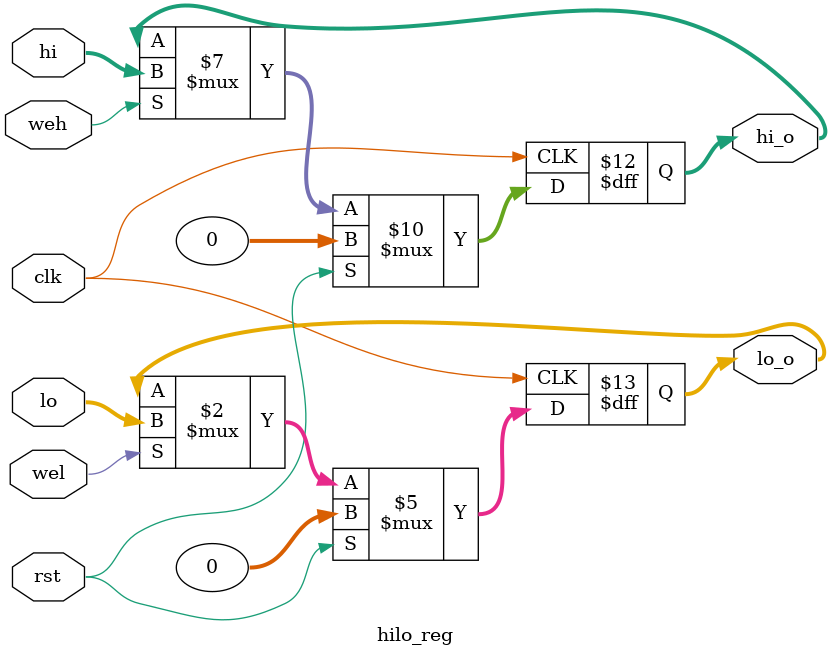
<source format=v>
`timescale 1ns / 1ps

module hilo_reg(
    input clk, rst, 
    input weh, wel,
    input [31:0] hi, lo,
    output reg [31:0] hi_o, lo_o
);


always @(negedge clk) begin
    if (rst) begin
        hi_o <= 32'b0;
        lo_o <= 32'b0;
    end else begin
        if (weh)
            hi_o <= hi;
        if (wel)
            lo_o <= lo;
    end
end

endmodule

</source>
